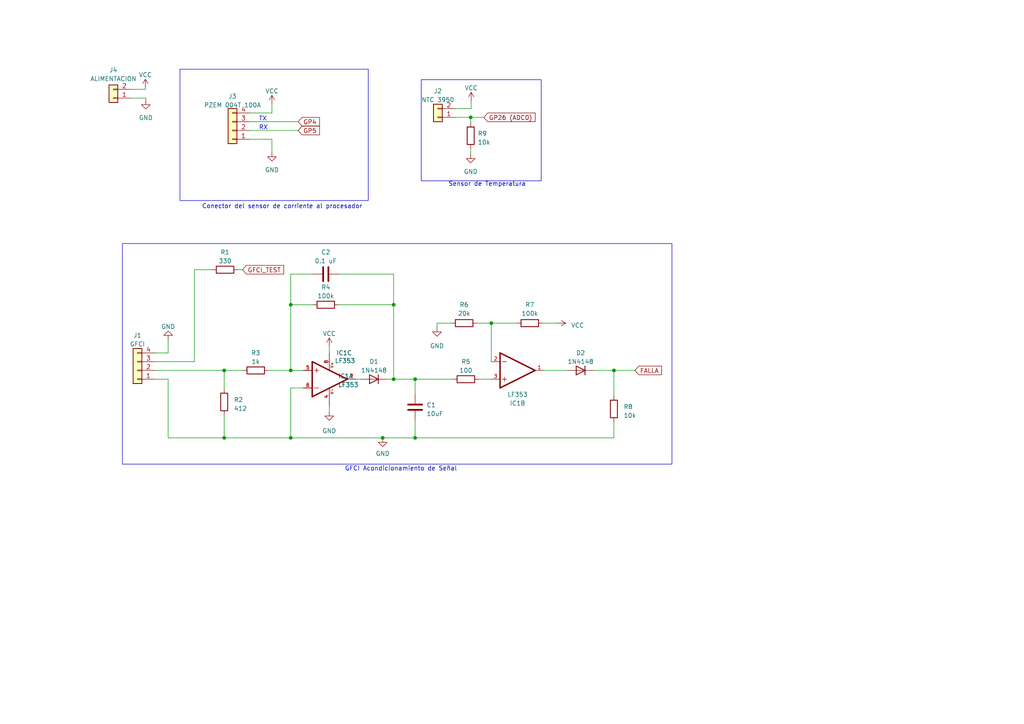
<source format=kicad_sch>
(kicad_sch (version 20230121) (generator eeschema)
  (paper "A4")
  (lib_symbols
    (symbol "Connector_Generic:Conn_01x02" (pin_names (offset 1.016) hide)
      (property "Reference" "J" (at 0 2.54 0))
      (property "Value" "Conn_01x02" (at 0 -5.08 0))
      (symbol "Conn_01x02_1_1"
        (rectangle (start -1.27 -2.413) (end 0 -2.667) (stroke (width 0.1524)))
        (rectangle (start -1.27 0.127) (end 0 -0.127) (stroke (width 0.1524)))
        (rectangle (start -1.27 1.27) (end 1.27 -3.81) (stroke (width 0.254)) (fill (type background)))
        (pin passive line (at -5.08 0 0) (length 3.81) (name "Pin_1") (number "1"))
        (pin passive line (at -5.08 -2.54 0) (length 3.81) (name "Pin_2") (number "2"))
      )
    )
    (symbol "Connector_Generic:Conn_01x04" (pin_names (offset 1.016) hide)
      (property "Reference" "J" (at 0 5.08 0))
      (property "Value" "Conn_01x04" (at 0 -7.62 0))
      (symbol "Conn_01x04_1_1"
        (rectangle (start -1.27 -4.953) (end 0 -5.207) (stroke (width 0.1524)))
        (rectangle (start -1.27 -2.413) (end 0 -2.667) (stroke (width 0.1524)))
        (rectangle (start -1.27 0.127) (end 0 -0.127) (stroke (width 0.1524)))
        (rectangle (start -1.27 2.667) (end 0 2.413) (stroke (width 0.1524)))
        (rectangle (start -1.27 3.81) (end 1.27 -6.35) (stroke (width 0.254)) (fill (type background)))
        (pin passive line (at -5.08 2.54 0) (length 3.81) (name "Pin_1") (number "1"))
        (pin passive line (at -5.08 0 0) (length 3.81) (name "Pin_2") (number "2"))
        (pin passive line (at -5.08 -2.54 0) (length 3.81) (name "Pin_3") (number "3"))
        (pin passive line (at -5.08 -5.08 0) (length 3.81) (name "Pin_4") (number "4"))
      )
    )
    (symbol "Device:C" (pin_numbers hide) (pin_names (offset 0.254))
      (property "Reference" "C" (at 0.635 2.54 0))
      (property "Value" "C" (at 0.635 -2.54 0))
      (symbol "C_0_1"
        (polyline (pts (xy -2.032 -0.762) (xy 2.032 -0.762)) (stroke (width 0.508)))
        (polyline (pts (xy -2.032 0.762) (xy 2.032 0.762)) (stroke (width 0.508)))
      )
      (symbol "C_1_1"
        (pin passive line (at 0 3.81 270) (length 2.794) (name "~") (number "1"))
        (pin passive line (at 0 -3.81 90) (length 2.794) (name "~") (number "2"))
      )
    )
    (symbol "Device:R" (pin_numbers hide) (pin_names (offset 0))
      (property "Reference" "R" (at 2.032 0 90))
      (property "Value" "R" (at 0 0 90))
      (symbol "R_0_1"
        (rectangle (start -1.016 -2.54) (end 1.016 2.54) (stroke (width 0.254)))
      )
      (symbol "R_1_1"
        (pin passive line (at 0 3.81 270) (length 1.27) (name "~") (number "1"))
        (pin passive line (at 0 -3.81 90) (length 1.27) (name "~") (number "2"))
      )
    )
    (symbol "Diode:1N4148" (pin_numbers hide) (pin_names hide)
      (property "Reference" "D" (at 0 2.54 0))
      (property "Value" "1N4148" (at 0 -2.54 0))
      (symbol "1N4148_0_1"
        (polyline (pts (xy -1.27 1.27) (xy -1.27 -1.27)) (stroke (width 0.254)))
        (polyline (pts (xy 1.27 0) (xy -1.27 0)))
        (polyline (pts (xy 1.27 1.27) (xy 1.27 -1.27) (xy -1.27 0) (xy 1.27 1.27)) (stroke (width 0.254)))
      )
      (symbol "1N4148_1_1"
        (pin passive line (at -3.81 0 0) (length 2.54) (name "K") (number "1"))
        (pin passive line (at 3.81 0 180) (length 2.54) (name "A") (number "2"))
      )
    )
    (symbol "LF353:LF353" (pin_names (offset 1.016))
      (property "Reference" "IC" (at 0 0 0))
      (property "Value" "LF353" (at 0 0 0))
      (symbol "LF353_1_0"
        (text "V+" (at 1.27 3.175 900) (effects (font (size 0.8128 0.8128)) (justify left bottom)))
        (text "V-" (at 1.27 -4.445 900) (effects (font (size 0.8128 0.8128)) (justify left bottom)))
        (pin power_in line (at 0 -7.62 90) (length 5.08) (name "~") (number "4"))
        (pin power_in line (at 0 7.62 270) (length 5.08) (name "~") (number "8"))
      )
      (symbol "LF353_2_0"
        (polyline (pts (xy -5.08 -5.08) (xy 5.08 0)) (stroke (width 0.4064)))
        (polyline (pts (xy -5.08 5.08) (xy -5.08 -5.08)) (stroke (width 0.4064)))
        (polyline (pts (xy -4.445 -2.54) (xy -3.175 -2.54)) (stroke (width 0.1524)))
        (polyline (pts (xy -4.445 2.54) (xy -3.175 2.54)) (stroke (width 0.1524)))
        (polyline (pts (xy -3.81 3.175) (xy -3.81 1.905)) (stroke (width 0.1524)))
        (polyline (pts (xy 5.08 0) (xy -5.08 5.08)) (stroke (width 0.4064)))
        (pin output line (at 7.62 0 180) (length 2.54) (name "~") (number "1"))
        (pin input line (at -7.62 -2.54 0) (length 2.54) (name "~") (number "2"))
        (pin input line (at -7.62 2.54 0) (length 2.54) (name "~") (number "3"))
      )
      (symbol "LF353_3_0"
        (polyline (pts (xy -5.08 -5.08) (xy 5.08 0)) (stroke (width 0.4064)))
        (polyline (pts (xy -5.08 5.08) (xy -5.08 -5.08)) (stroke (width 0.4064)))
        (polyline (pts (xy -4.445 -2.54) (xy -3.175 -2.54)) (stroke (width 0.1524)))
        (polyline (pts (xy -4.445 2.54) (xy -3.175 2.54)) (stroke (width 0.1524)))
        (polyline (pts (xy -3.81 3.175) (xy -3.81 1.905)) (stroke (width 0.1524)))
        (polyline (pts (xy 5.08 0) (xy -5.08 5.08)) (stroke (width 0.4064)))
        (pin input line (at -7.62 2.54 0) (length 2.54) (name "~") (number "5"))
        (pin input line (at -7.62 -2.54 0) (length 2.54) (name "~") (number "6"))
        (pin output line (at 7.62 0 180) (length 2.54) (name "~") (number "7"))
      )
    )
    (symbol "power:GND" (power) (pin_names (offset 0))
      (property "Value" "GND" (at 0 -3.81 0))
      (symbol "GND_0_1"
        (polyline (pts (xy 0 0) (xy 0 -1.27) (xy 1.27 -1.27) (xy 0 -2.54) (xy -1.27 -1.27) (xy 0 -1.27)))
      )
      (symbol "GND_1_1"
        (pin power_in line (at 0 0 270) (length 0) hide (name "GND") (number "1"))
      )
    )
    (symbol "power:VCC" (power) (pin_names (offset 0))
      (property "Value" "VCC" (at 0 3.81 0))
      (symbol "VCC_0_1"
        (polyline (pts (xy -0.762 1.27) (xy 0 2.54)))
        (polyline (pts (xy 0 0) (xy 0 2.54)))
        (polyline (pts (xy 0 2.54) (xy 0.762 1.27)))
      )
      (symbol "VCC_1_1"
        (pin power_in line (at 0 0 90) (length 0) hide (name "VCC") (number "1"))
      )
    )
  )
  (junction (at 142.494 93.726))
  (junction (at 120.396 127))
  (junction (at 84.328 88.392))
  (junction (at 114.173 88.392))
  (junction (at 65.024 107.442))
  (junction (at 65.024 127))
  (junction (at 84.328 107.442))
  (junction (at 120.396 109.982))
  (junction (at 84.328 127))
  (junction (at 136.525 34.036))
  (junction (at 178.054 107.442))
  (junction (at 114.173 109.982))
  (junction (at 110.998 127))
  (wire (pts (xy 84.328 88.392) (xy 90.678 88.392)))
  (wire (pts (xy 77.978 107.442) (xy 84.328 107.442)))
  (wire (pts (xy 56.388 78.232) (xy 61.468 78.232)))
  (wire (pts (xy 72.517 37.846) (xy 86.487 37.846)))
  (wire (pts (xy 172.212 107.442) (xy 178.054 107.442)))
  (wire (pts (xy 56.388 78.232) (xy 56.388 104.902)))
  (wire (pts (xy 48.768 102.362) (xy 48.768 98.552)))
  (wire (pts (xy 44.958 102.362) (xy 48.768 102.362)))
  (wire (pts (xy 132.08 34.036) (xy 136.525 34.036)))
  (wire (pts (xy 78.867 40.386) (xy 78.867 44.196)))
  (wire (pts (xy 78.867 30.226) (xy 78.867 32.766)))
  (wire (pts (xy 178.054 107.442) (xy 184.15 107.442)))
  (wire (pts (xy 132.08 31.496) (xy 136.652 31.496)))
  (wire (pts (xy 120.396 121.92) (xy 120.396 127)))
  (wire (pts (xy 84.328 112.522) (xy 88.011 112.522)))
  (wire (pts (xy 98.298 88.392) (xy 114.173 88.392)))
  (wire (pts (xy 136.525 34.036) (xy 140.335 34.036)))
  (wire (pts (xy 114.173 79.502) (xy 114.173 88.392)))
  (wire (pts (xy 95.504 100.584) (xy 95.504 102.362)))
  (wire (pts (xy 44.958 104.902) (xy 56.388 104.902)))
  (wire (pts (xy 84.328 79.502) (xy 90.678 79.502)))
  (wire (pts (xy 112.268 109.982) (xy 114.173 109.982)))
  (wire (pts (xy 65.024 120.396) (xy 65.024 127)))
  (wire (pts (xy 120.396 127) (xy 178.054 127)))
  (wire (pts (xy 120.396 109.982) (xy 131.318 109.982)))
  (wire (pts (xy 138.938 109.982) (xy 142.494 109.982)))
  (wire (pts (xy 78.867 32.766) (xy 72.517 32.766)))
  (wire (pts (xy 84.328 127) (xy 110.998 127)))
  (wire (pts (xy 84.328 88.392) (xy 84.328 79.502)))
  (wire (pts (xy 42.164 25.908) (xy 42.164 25.527)))
  (wire (pts (xy 136.525 43.18) (xy 136.525 44.704)))
  (wire (pts (xy 136.652 29.337) (xy 136.652 31.496)))
  (wire (pts (xy 88.011 107.442) (xy 84.328 107.442)))
  (wire (pts (xy 142.494 93.726) (xy 142.494 104.902)))
  (wire (pts (xy 98.298 79.502) (xy 114.173 79.502)))
  (wire (pts (xy 95.504 117.602) (xy 95.504 119.38)))
  (wire (pts (xy 114.173 109.982) (xy 120.396 109.982)))
  (wire (pts (xy 65.024 127) (xy 84.328 127)))
  (wire (pts (xy 44.958 109.982) (xy 48.768 109.982)))
  (wire (pts (xy 37.973 25.908) (xy 42.164 25.908)))
  (wire (pts (xy 120.396 109.982) (xy 120.396 114.3)))
  (wire (pts (xy 130.81 93.726) (xy 126.746 93.726)))
  (wire (pts (xy 103.251 109.982) (xy 104.648 109.982)))
  (wire (pts (xy 142.494 93.726) (xy 149.86 93.726)))
  (wire (pts (xy 42.291 29.083) (xy 42.291 28.448)))
  (wire (pts (xy 114.173 88.392) (xy 114.173 109.982)))
  (wire (pts (xy 65.024 112.776) (xy 65.024 107.442)))
  (wire (pts (xy 157.734 107.442) (xy 164.592 107.442)))
  (wire (pts (xy 42.291 28.448) (xy 37.973 28.448)))
  (wire (pts (xy 178.054 107.442) (xy 178.054 114.808)))
  (wire (pts (xy 69.088 78.232) (xy 70.358 78.232)))
  (wire (pts (xy 178.054 127) (xy 178.054 122.428)))
  (wire (pts (xy 72.517 35.306) (xy 86.487 35.306)))
  (wire (pts (xy 65.024 107.442) (xy 70.358 107.442)))
  (wire (pts (xy 126.746 93.726) (xy 126.746 94.996)))
  (wire (pts (xy 110.998 127) (xy 120.396 127)))
  (wire (pts (xy 44.958 107.442) (xy 65.024 107.442)))
  (wire (pts (xy 136.525 35.56) (xy 136.525 34.036)))
  (wire (pts (xy 84.328 88.392) (xy 84.328 107.442)))
  (wire (pts (xy 157.48 93.726) (xy 161.544 93.726)))
  (wire (pts (xy 72.517 40.386) (xy 78.867 40.386)))
  (wire (pts (xy 48.768 127) (xy 65.024 127)))
  (wire (pts (xy 48.768 109.982) (xy 48.768 127)))
  (wire (pts (xy 138.43 93.726) (xy 142.494 93.726)))
  (wire (pts (xy 84.328 112.522) (xy 84.328 127)))
  (rectangle (start 122.174 23.114) (end 156.972 52.451))
  (rectangle (start 52.197 20.066) (end 106.807 58.166))
  (rectangle (start 35.5092 70.6374) (end 194.8942 134.62))
  (text "GFCI Acondicionamiento de Señal" (at 99.9998 136.779 0) (effects (font (size 1.27 1.27)) (justify left bottom)))
  (text "Sensor de Temperatura" (at 130.048 54.229 0) (effects (font (size 1.27 1.27)) (justify left bottom)))
  (text "RX" (at 75.057 37.846 0) (effects (font (size 1.27 1.27)) (justify left bottom)))
  (text "Conector del sensor de corriente al procesador" (at 58.547 60.706 0) (effects (font (size 1.27 1.27)) (justify left bottom)))
  (text "TX" (at 75.057 35.306 0) (effects (font (size 1.27 1.27)) (justify left bottom)))
  (global_label "GP5" (shape input) (at 86.487 37.846 0) (property "Intersheetrefs" "${INTERSHEET_REFS}" (effects hide)))
  (global_label "GFCI_TEST" (shape input) (at 70.358 78.232 0) (property "Intersheetrefs" "${INTERSHEET_REFS}" (effects hide)))
  (global_label "FALLA" (shape input) (at 184.15 107.442 0) (property "Intersheetrefs" "${INTERSHEET_REFS}" (effects hide)))
  (global_label "GP4" (shape input) (at 86.487 35.306 0) (property "Intersheetrefs" "${INTERSHEET_REFS}" (effects hide)))
  (global_label "GP26 (ADC0)" (shape input) (at 140.335 34.036 0) (property "Intersheetrefs" "${INTERSHEET_REFS}" (effects hide)))
  (symbol (lib_id "Connector_Generic:Conn_01x04") (at 39.878 107.442 180) (unit 1)
    (property "Reference" "J1" (at 39.878 97.282 0))
    (property "Value" "GFCI" (at 39.878 99.822 0))
    (property "Footprint" "Connector_JST:JST_EH_B4B-EH-A_1x04_P2.50mm_Vertical" (effects hide))
  )
  (symbol (lib_id "power:GND") (at 48.768 98.552 180) (unit 1)
    (property "Reference" "#PWR03" (effects hide))
    (property "Value" "GND" (at 48.768 94.742 0))
  )
  (symbol (lib_id "power:VCC") (at 78.867 30.226 0) (unit 1)
    (property "Reference" "#PWR02" (effects hide))
    (property "Value" "VCC" (at 78.867 26.416 0))
  )
  (symbol (lib_id "Diode:1N4148") (at 108.458 109.982 180) (unit 1)
    (property "Reference" "D1" (at 108.458 104.8766 0))
    (property "Value" "1N4148" (at 108.458 107.4166 0))
    (property "Footprint" "Diode_THT:D_DO-35_SOD27_P7.62mm_Horizontal" (effects hide))
    (property "Datasheet" "https://assets.nexperia.com/documents/data-sheet/1N4148_1N4448.pdf" (effects hide))
    (property "Sim.Device" "D" (effects hide))
    (property "Sim.Pins" "1=K 2=A" (effects hide))
  )
  (symbol (lib_id "power:VCC") (at 42.164 25.527 0) (unit 1)
    (property "Reference" "#PWR011" (effects hide))
    (property "Value" "VCC" (at 42.164 21.717 0))
  )
  (symbol (lib_id "Device:R") (at 136.525 39.37 180) (unit 1)
    (property "Reference" "R9" (at 138.557 38.735 0) (effects (justify right)))
    (property "Value" "10k" (at 138.557 41.275 0) (effects (justify right)))
    (property "Footprint" "Resistor_SMD:R_1206_3216Metric_Pad1.30x1.75mm_HandSolder" (effects hide))
  )
  (symbol (lib_id "Device:C") (at 94.488 79.502 90) (unit 1)
    (property "Reference" "C2" (at 94.488 73.152 90))
    (property "Value" "0.1 uF" (at 94.488 75.692 90))
    (property "Footprint" "Capacitor_SMD:C_0805_2012Metric_Pad1.18x1.45mm_HandSolder" (effects hide))
  )
  (symbol (lib_id "power:GND") (at 42.291 29.083 0) (unit 1)
    (property "Reference" "#PWR012" (effects hide))
    (property "Value" "GND" (at 42.291 34.163 0))
  )
  (symbol (lib_id "power:VCC") (at 161.544 93.726 270) (unit 1)
    (property "Reference" "#PWR05" (effects hide))
    (property "Value" "VCC" (at 165.608 94.361 90) (effects (justify left)))
  )
  (symbol (lib_id "power:GND") (at 110.998 127 0) (unit 1)
    (property "Reference" "#PWR08" (effects hide))
    (property "Value" "GND" (at 110.998 131.572 0))
  )
  (symbol (lib_id "Device:R") (at 153.67 93.726 90) (unit 1)
    (property "Reference" "R7" (at 153.67 88.392 90))
    (property "Value" "100k" (at 153.67 90.932 90))
    (property "Footprint" "Resistor_SMD:R_1206_3216Metric_Pad1.30x1.75mm_HandSolder" (effects hide))
  )
  (symbol (lib_id "Device:R") (at 74.168 107.442 270) (unit 1)
    (property "Reference" "R3" (at 74.168 102.362 90))
    (property "Value" "1k" (at 74.168 104.902 90))
    (property "Footprint" "Resistor_SMD:R_1206_3216Metric_Pad1.30x1.75mm_HandSolder" (effects hide))
  )
  (symbol (lib_id "Device:R") (at 134.62 93.726 90) (unit 1)
    (property "Reference" "R6" (at 134.62 88.392 90))
    (property "Value" "20k" (at 134.62 90.932 90))
    (property "Footprint" "Resistor_SMD:R_1206_3216Metric_Pad1.30x1.75mm_HandSolder" (effects hide))
  )
  (symbol (lib_id "Connector_Generic:Conn_01x04") (at 67.437 37.846 180) (unit 1)
    (property "Reference" "J3" (at 67.437 27.94 0))
    (property "Value" "PZEM 004T 100A" (at 67.437 30.48 0))
    (property "Footprint" "Connector_JST:JST_EH_B4B-EH-A_1x04_P2.50mm_Vertical" (effects hide))
  )
  (symbol (lib_id "LF353:LF353") (at 95.631 109.982 0) (unit 3)
    (property "Reference" "IC1" (at 99.822 102.362 0))
    (property "Value" "LF353" (at 100.076 104.648 0))
    (property "Footprint" "LF353:DIL08" (effects hide))
  )
  (symbol (lib_id "LF353:LF353") (at 95.504 109.982 0) (unit 1)
    (property "Reference" "IC1" (at 98.044 109.0848 0) (effects (justify left)))
    (property "Value" "LF353" (at 98.044 111.6248 0) (effects (justify left)))
    (property "Footprint" "LF353:DIL08" (effects hide))
  )
  (symbol (lib_id "Device:R") (at 178.054 118.618 0) (unit 1)
    (property "Reference" "R8" (at 180.848 117.983 0) (effects (justify left)))
    (property "Value" "10k" (at 180.848 120.523 0) (effects (justify left)))
    (property "Footprint" "Resistor_SMD:R_1206_3216Metric_Pad1.30x1.75mm_HandSolder" (effects hide))
  )
  (symbol (lib_id "Connector_Generic:Conn_01x02") (at 32.893 28.448 180) (unit 1)
    (property "Reference" "J4" (at 32.893 20.32 0))
    (property "Value" "ALIMENTACION" (at 32.893 22.86 0))
    (property "Footprint" "Connector_JST:JST_EH_B2B-EH-A_1x02_P2.50mm_Vertical" (effects hide))
  )
  (symbol (lib_id "power:VCC") (at 95.504 100.584 0) (unit 1)
    (property "Reference" "#PWR04" (effects hide))
    (property "Value" "VCC" (at 95.504 96.774 0))
  )
  (symbol (lib_id "power:VCC") (at 136.652 29.337 0) (unit 1)
    (property "Reference" "#PWR09" (effects hide))
    (property "Value" "VCC" (at 136.652 25.527 0))
  )
  (symbol (lib_id "Device:R") (at 65.278 78.232 90) (unit 1)
    (property "Reference" "R1" (at 65.278 73.152 90))
    (property "Value" "330" (at 65.278 75.692 90))
    (property "Footprint" "Resistor_SMD:R_1206_3216Metric_Pad1.30x1.75mm_HandSolder" (effects hide))
  )
  (symbol (lib_id "power:GND") (at 78.867 44.196 0) (unit 1)
    (property "Reference" "#PWR01" (effects hide))
    (property "Value" "GND" (at 78.867 49.276 0))
  )
  (symbol (lib_id "Device:R") (at 135.128 109.982 90) (unit 1)
    (property "Reference" "R5" (at 135.128 104.902 90))
    (property "Value" "100" (at 135.128 107.442 90))
    (property "Footprint" "Resistor_SMD:R_1206_3216Metric_Pad1.30x1.75mm_HandSolder" (effects hide))
  )
  (symbol (lib_id "Diode:1N4148") (at 168.402 107.442 180) (unit 1)
    (property "Reference" "D2" (at 168.402 102.362 0))
    (property "Value" "1N4148" (at 168.402 104.902 0))
    (property "Footprint" "Diode_THT:D_DO-35_SOD27_P7.62mm_Horizontal" (effects hide))
    (property "Datasheet" "https://assets.nexperia.com/documents/data-sheet/1N4148_1N4448.pdf" (effects hide))
    (property "Sim.Device" "D" (effects hide))
    (property "Sim.Pins" "1=K 2=A" (effects hide))
  )
  (symbol (lib_id "power:GND") (at 126.746 94.996 0) (unit 1)
    (property "Reference" "#PWR07" (effects hide))
    (property "Value" "GND" (at 126.746 100.33 0))
  )
  (symbol (lib_id "Device:R") (at 94.488 88.392 90) (unit 1)
    (property "Reference" "R4" (at 94.488 83.312 90))
    (property "Value" "100k" (at 94.488 85.852 90))
    (property "Footprint" "Resistor_SMD:R_1206_3216Metric_Pad1.30x1.75mm_HandSolder" (effects hide))
  )
  (symbol (lib_id "power:GND") (at 95.504 119.38 0) (unit 1)
    (property "Reference" "#PWR06" (effects hide))
    (property "Value" "GND" (at 95.504 124.968 0))
  )
  (symbol (lib_id "Device:C") (at 120.396 118.11 0) (unit 1)
    (property "Reference" "C1" (at 123.698 117.475 0) (effects (justify left)))
    (property "Value" "10uF" (at 123.698 120.015 0) (effects (justify left)))
    (property "Footprint" "Capacitor_SMD:C_0805_2012Metric_Pad1.18x1.45mm_HandSolder" (effects hide))
  )
  (symbol (lib_id "LF353:LF353") (at 150.114 107.442 0) (mirror x) (unit 2)
    (property "Reference" "IC1" (at 150.114 116.967 0))
    (property "Value" "LF353" (at 150.114 114.427 0))
    (property "Footprint" "LF353:DIL08" (effects hide))
  )
  (symbol (lib_id "Device:R") (at 65.024 116.586 0) (unit 1)
    (property "Reference" "R2" (at 67.818 115.951 0) (effects (justify left)))
    (property "Value" "412" (at 67.818 118.491 0) (effects (justify left)))
    (property "Footprint" "Resistor_SMD:R_1206_3216Metric_Pad1.30x1.75mm_HandSolder" (effects hide))
  )
  (symbol (lib_id "power:GND") (at 136.525 44.704 0) (unit 1)
    (property "Reference" "#PWR010" (effects hide))
    (property "Value" "GND" (at 136.525 49.784 0))
  )
  (symbol (lib_id "Connector_Generic:Conn_01x02") (at 127 34.036 180) (unit 1)
    (property "Reference" "J2" (at 127 26.416 0))
    (property "Value" "NTC 3950" (at 127 28.956 0))
    (property "Footprint" "Connector_JST:JST_EH_B2B-EH-A_1x02_P2.50mm_Vertical" (effects hide))
  )
)
</source>
